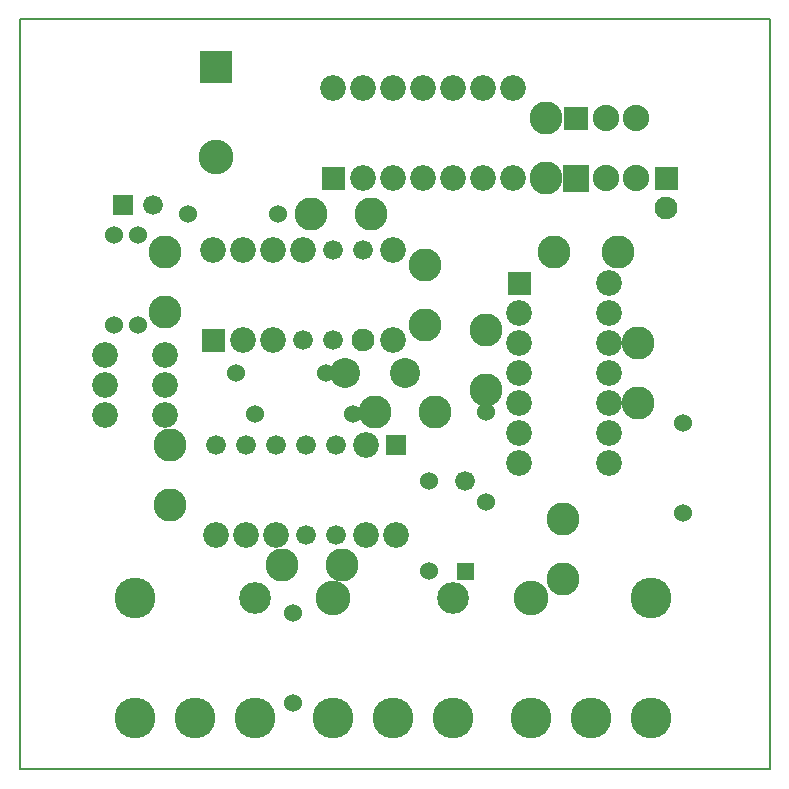
<source format=gbs>
G04 start of page 8 for group -4062 idx -4062 *
G04 Title: (unknown), soldermask *
G04 Creator: pcb 4.0.2 *
G04 CreationDate: Mon Dec  4 09:33:05 2017 UTC *
G04 For: janik *
G04 Format: Gerber/RS-274X *
G04 PCB-Dimensions (mm): 63.50 63.50 *
G04 PCB-Coordinate-Origin: lower left *
%MOMM*%
%FSLAX43Y43*%
%LNGBS*%
%ADD103C,2.692*%
%ADD102C,1.930*%
%ADD101C,2.235*%
%ADD100C,2.946*%
%ADD99C,3.454*%
%ADD98C,2.540*%
%ADD97C,1.676*%
%ADD96C,1.524*%
%ADD95C,0.002*%
%ADD94C,2.184*%
%ADD93C,2.794*%
%ADD92C,0.152*%
G54D92*X0Y63500D02*Y0D01*
X63500D01*
Y63500D01*
X0D01*
G54D93*X52324Y30988D03*
Y36068D03*
G54D94*X49911Y30988D03*
Y33528D03*
Y36068D03*
Y38608D03*
G54D93*X50673Y43815D03*
G54D94*X49911Y41148D03*
G54D93*X45212Y43815D03*
G54D95*G36*
X41326Y42113D02*Y40183D01*
X43256D01*
Y42113D01*
X41326D01*
G37*
G54D94*X42291Y38608D03*
Y36068D03*
Y33528D03*
Y30988D03*
G54D93*X39497Y37211D03*
G54D96*Y22606D03*
G54D97*X37719Y24384D03*
G54D96*X34671D03*
G54D95*G36*
X31039Y28270D02*Y26594D01*
X32715D01*
Y28270D01*
X31039D01*
G37*
G54D98*X32639Y33528D03*
G54D93*X35179Y30226D03*
G54D95*G36*
X25578Y51003D02*Y49073D01*
X27508D01*
Y51003D01*
X25578D01*
G37*
G54D94*X29083Y50038D03*
X31623D03*
X34163D03*
X36703D03*
X39243D03*
G54D96*X56134Y29337D03*
Y21717D03*
G54D93*X45974Y21209D03*
Y16129D03*
G54D99*X53467Y4318D03*
X48387D03*
X43307D03*
X53467Y14478D03*
G54D100*X43307D03*
G54D94*X42291Y28448D03*
Y25908D03*
X49911D03*
Y28448D03*
G54D95*G36*
X53772Y51003D02*Y49073D01*
X55702D01*
Y51003D01*
X53772D01*
G37*
G54D101*X49657Y50038D03*
X52197D03*
G54D102*X54737Y47498D03*
G54D95*G36*
X46126Y56109D02*Y54127D01*
X48108D01*
Y56109D01*
X46126D01*
G37*
G54D101*X49657Y55118D03*
X52197D03*
G54D95*G36*
X45999Y51156D02*Y48920D01*
X48235D01*
Y51156D01*
X45999D01*
G37*
G54D93*X44577Y55118D03*
Y50038D03*
G54D94*X41783D03*
Y57658D03*
X39243D03*
X36703D03*
X34163D03*
X31623D03*
X29083D03*
X26543D03*
X24003Y43942D03*
X21463D03*
X18923D03*
X16383D03*
G54D95*G36*
X7925Y48590D02*Y46914D01*
X9601D01*
Y48590D01*
X7925D01*
G37*
G54D97*X11303Y47752D03*
G54D96*X8001Y45212D03*
X10033D03*
X14224Y46990D03*
G54D95*G36*
X15291Y60782D02*Y58090D01*
X17983D01*
Y60782D01*
X15291D01*
G37*
G54D100*X16637Y51816D03*
G54D93*X12319Y43815D03*
G54D96*X21844Y46990D03*
G54D97*X24003Y36322D03*
X26543D03*
G54D102*X29083D03*
G54D94*X31623D03*
Y43942D03*
G54D97*X29083D03*
G54D93*X29718Y46990D03*
G54D97*X26543Y43942D03*
G54D93*X24638Y46990D03*
X34290Y42672D03*
Y37592D03*
G54D95*G36*
X15418Y37287D02*Y35357D01*
X17348D01*
Y37287D01*
X15418D01*
G37*
G54D94*X18923Y36322D03*
X21463D03*
G54D93*X12700Y22352D03*
Y27432D03*
G54D94*X12319Y32512D03*
Y35052D03*
G54D96*X8001Y37592D03*
X10033D03*
G54D94*X7239Y35052D03*
Y32512D03*
Y29972D03*
G54D93*X12319Y38735D03*
G54D95*G36*
X37008Y17475D02*Y16053D01*
X38430D01*
Y17475D01*
X37008D01*
G37*
G54D96*X34671Y16764D03*
G54D103*X36703Y14478D03*
G54D99*Y4318D03*
X31623D03*
X19939D03*
X14859D03*
X9779D03*
X26543D03*
G54D100*Y14478D03*
G54D103*X19939D03*
G54D99*X9779D03*
G54D96*X23114Y13208D03*
Y5588D03*
G54D93*X22225Y17272D03*
X27305D03*
X39497Y32131D03*
G54D96*Y30226D03*
G54D93*X30099D03*
G54D94*X29337Y27432D03*
G54D97*X24257Y19812D03*
X26797D03*
G54D94*X29337D03*
X31877D03*
G54D96*X28194Y30099D03*
G54D97*X26797Y27432D03*
G54D98*X27559Y33528D03*
G54D97*X24257Y27432D03*
X21717D03*
X19177D03*
X16637D03*
G54D94*Y19812D03*
X19177D03*
X21717D03*
X12319Y29972D03*
G54D96*X18288Y33528D03*
X25908D03*
X19939Y30099D03*
M02*

</source>
